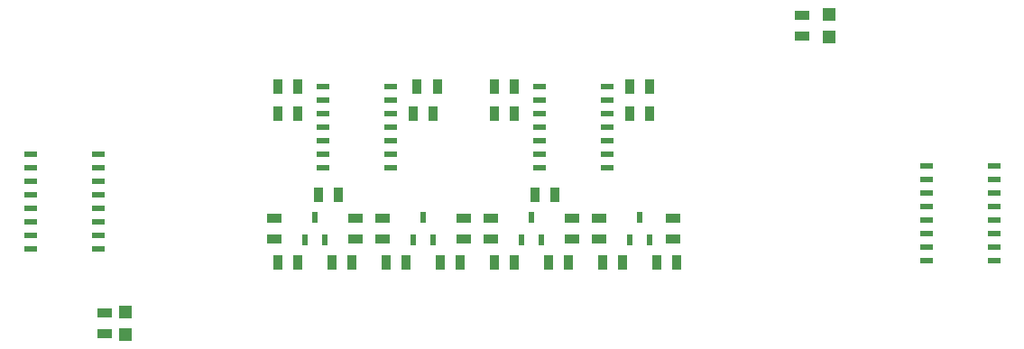
<source format=gtp>
G04 (created by PCBNEW (2013-07-07 BZR 4022)-stable) date 02/09/2014 18:49:16*
%MOIN*%
G04 Gerber Fmt 3.4, Leading zero omitted, Abs format*
%FSLAX34Y34*%
G01*
G70*
G90*
G04 APERTURE LIST*
%ADD10C,0.00393701*%
%ADD11R,0.0472X0.0472*%
%ADD12R,0.055X0.035*%
%ADD13R,0.035X0.055*%
%ADD14R,0.0236X0.0394*%
%ADD15R,0.045X0.02*%
G04 APERTURE END LIST*
G54D10*
G54D11*
X73000Y-24163D03*
X73000Y-23337D03*
X47000Y-35163D03*
X47000Y-34337D03*
G54D12*
X72000Y-24125D03*
X72000Y-23375D03*
X46250Y-35125D03*
X46250Y-34375D03*
G54D13*
X54125Y-30000D03*
X54875Y-30000D03*
X62125Y-30000D03*
X62875Y-30000D03*
X66625Y-32500D03*
X67375Y-32500D03*
X62625Y-32500D03*
X63375Y-32500D03*
X58625Y-32500D03*
X59375Y-32500D03*
X54625Y-32500D03*
X55375Y-32500D03*
G54D14*
X65625Y-31666D03*
X66000Y-30834D03*
X66375Y-31666D03*
X61625Y-31666D03*
X62000Y-30834D03*
X62375Y-31666D03*
X57625Y-31666D03*
X58000Y-30834D03*
X58375Y-31666D03*
X53625Y-31666D03*
X54000Y-30834D03*
X54375Y-31666D03*
G54D13*
X66375Y-27000D03*
X65625Y-27000D03*
X66375Y-26000D03*
X65625Y-26000D03*
X58375Y-27000D03*
X57625Y-27000D03*
X58525Y-26000D03*
X57775Y-26000D03*
X61375Y-27000D03*
X60625Y-27000D03*
X61375Y-26000D03*
X60625Y-26000D03*
X53375Y-27000D03*
X52625Y-27000D03*
X53375Y-26000D03*
X52625Y-26000D03*
G54D12*
X67250Y-31625D03*
X67250Y-30875D03*
X63500Y-31625D03*
X63500Y-30875D03*
X59500Y-31625D03*
X59500Y-30875D03*
X55500Y-31625D03*
X55500Y-30875D03*
X64500Y-30875D03*
X64500Y-31625D03*
X60500Y-30875D03*
X60500Y-31625D03*
X56500Y-30875D03*
X56500Y-31625D03*
X52500Y-30875D03*
X52500Y-31625D03*
G54D13*
X65375Y-32500D03*
X64625Y-32500D03*
X61375Y-32500D03*
X60625Y-32500D03*
X57375Y-32500D03*
X56625Y-32500D03*
X53375Y-32500D03*
X52625Y-32500D03*
G54D15*
X64800Y-29000D03*
X64800Y-28500D03*
X64800Y-28000D03*
X64800Y-27500D03*
X64800Y-27000D03*
X64800Y-26500D03*
X64800Y-26000D03*
X62300Y-26000D03*
X62300Y-26500D03*
X62300Y-27500D03*
X62300Y-28000D03*
X62300Y-28500D03*
X62300Y-29000D03*
X62300Y-27000D03*
X56800Y-29000D03*
X56800Y-28500D03*
X56800Y-28000D03*
X56800Y-27500D03*
X56800Y-27000D03*
X56800Y-26500D03*
X56800Y-26000D03*
X54300Y-26000D03*
X54300Y-26500D03*
X54300Y-27500D03*
X54300Y-28000D03*
X54300Y-28500D03*
X54300Y-29000D03*
X54300Y-27000D03*
X43500Y-32000D03*
X43500Y-31000D03*
X43500Y-30500D03*
X43500Y-30000D03*
X43500Y-29500D03*
X43500Y-29000D03*
X43500Y-28500D03*
X46000Y-28500D03*
X46000Y-29000D03*
X46000Y-29500D03*
X46000Y-30000D03*
X46000Y-30500D03*
X46000Y-31000D03*
X46000Y-31500D03*
X46000Y-32000D03*
X43500Y-31500D03*
X76600Y-32450D03*
X76600Y-31450D03*
X76600Y-30950D03*
X76600Y-30450D03*
X76600Y-29950D03*
X76600Y-29450D03*
X76600Y-28950D03*
X79100Y-28950D03*
X79100Y-29450D03*
X79100Y-29950D03*
X79100Y-30450D03*
X79100Y-30950D03*
X79100Y-31450D03*
X79100Y-31950D03*
X79100Y-32450D03*
X76600Y-31950D03*
M02*

</source>
